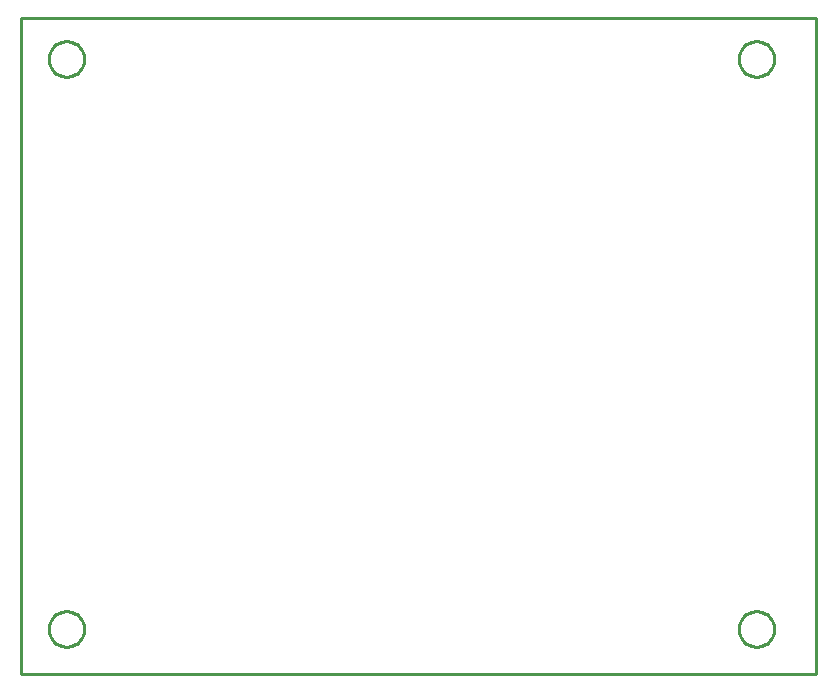
<source format=gbr>
G04 EAGLE Gerber X2 export*
G75*
%MOMM*%
%FSLAX34Y34*%
%LPD*%
%AMOC8*
5,1,8,0,0,1.08239X$1,22.5*%
G01*
%ADD10C,0.254000*%


D10*
X0Y12700D02*
X672900Y12700D01*
X672900Y568200D01*
X0Y568200D01*
X0Y12700D01*
X53100Y50264D02*
X53024Y49196D01*
X52871Y48135D01*
X52643Y47088D01*
X52341Y46060D01*
X51967Y45056D01*
X51522Y44081D01*
X51008Y43141D01*
X50429Y42240D01*
X49787Y41382D01*
X49085Y40572D01*
X48328Y39815D01*
X47518Y39113D01*
X46660Y38471D01*
X45759Y37892D01*
X44819Y37378D01*
X43844Y36933D01*
X42840Y36559D01*
X41812Y36257D01*
X40765Y36029D01*
X39704Y35876D01*
X38636Y35800D01*
X37564Y35800D01*
X36496Y35876D01*
X35435Y36029D01*
X34388Y36257D01*
X33360Y36559D01*
X32356Y36933D01*
X31381Y37378D01*
X30441Y37892D01*
X29540Y38471D01*
X28682Y39113D01*
X27872Y39815D01*
X27115Y40572D01*
X26413Y41382D01*
X25771Y42240D01*
X25192Y43141D01*
X24678Y44081D01*
X24233Y45056D01*
X23859Y46060D01*
X23557Y47088D01*
X23329Y48135D01*
X23176Y49196D01*
X23100Y50264D01*
X23100Y51336D01*
X23176Y52404D01*
X23329Y53465D01*
X23557Y54512D01*
X23859Y55540D01*
X24233Y56544D01*
X24678Y57519D01*
X25192Y58459D01*
X25771Y59360D01*
X26413Y60218D01*
X27115Y61028D01*
X27872Y61785D01*
X28682Y62487D01*
X29540Y63129D01*
X30441Y63708D01*
X31381Y64222D01*
X32356Y64667D01*
X33360Y65041D01*
X34388Y65343D01*
X35435Y65571D01*
X36496Y65724D01*
X37564Y65800D01*
X38636Y65800D01*
X39704Y65724D01*
X40765Y65571D01*
X41812Y65343D01*
X42840Y65041D01*
X43844Y64667D01*
X44819Y64222D01*
X45759Y63708D01*
X46660Y63129D01*
X47518Y62487D01*
X48328Y61785D01*
X49085Y61028D01*
X49787Y60218D01*
X50429Y59360D01*
X51008Y58459D01*
X51522Y57519D01*
X51967Y56544D01*
X52341Y55540D01*
X52643Y54512D01*
X52871Y53465D01*
X53024Y52404D01*
X53100Y51336D01*
X53100Y50264D01*
X637300Y50264D02*
X637224Y49196D01*
X637071Y48135D01*
X636843Y47088D01*
X636541Y46060D01*
X636167Y45056D01*
X635722Y44081D01*
X635208Y43141D01*
X634629Y42240D01*
X633987Y41382D01*
X633285Y40572D01*
X632528Y39815D01*
X631718Y39113D01*
X630860Y38471D01*
X629959Y37892D01*
X629019Y37378D01*
X628044Y36933D01*
X627040Y36559D01*
X626012Y36257D01*
X624965Y36029D01*
X623904Y35876D01*
X622836Y35800D01*
X621764Y35800D01*
X620696Y35876D01*
X619635Y36029D01*
X618588Y36257D01*
X617560Y36559D01*
X616556Y36933D01*
X615581Y37378D01*
X614641Y37892D01*
X613740Y38471D01*
X612882Y39113D01*
X612072Y39815D01*
X611315Y40572D01*
X610613Y41382D01*
X609971Y42240D01*
X609392Y43141D01*
X608878Y44081D01*
X608433Y45056D01*
X608059Y46060D01*
X607757Y47088D01*
X607529Y48135D01*
X607376Y49196D01*
X607300Y50264D01*
X607300Y51336D01*
X607376Y52404D01*
X607529Y53465D01*
X607757Y54512D01*
X608059Y55540D01*
X608433Y56544D01*
X608878Y57519D01*
X609392Y58459D01*
X609971Y59360D01*
X610613Y60218D01*
X611315Y61028D01*
X612072Y61785D01*
X612882Y62487D01*
X613740Y63129D01*
X614641Y63708D01*
X615581Y64222D01*
X616556Y64667D01*
X617560Y65041D01*
X618588Y65343D01*
X619635Y65571D01*
X620696Y65724D01*
X621764Y65800D01*
X622836Y65800D01*
X623904Y65724D01*
X624965Y65571D01*
X626012Y65343D01*
X627040Y65041D01*
X628044Y64667D01*
X629019Y64222D01*
X629959Y63708D01*
X630860Y63129D01*
X631718Y62487D01*
X632528Y61785D01*
X633285Y61028D01*
X633987Y60218D01*
X634629Y59360D01*
X635208Y58459D01*
X635722Y57519D01*
X636167Y56544D01*
X636541Y55540D01*
X636843Y54512D01*
X637071Y53465D01*
X637224Y52404D01*
X637300Y51336D01*
X637300Y50264D01*
X53100Y532864D02*
X53024Y531796D01*
X52871Y530735D01*
X52643Y529688D01*
X52341Y528660D01*
X51967Y527656D01*
X51522Y526681D01*
X51008Y525741D01*
X50429Y524840D01*
X49787Y523982D01*
X49085Y523172D01*
X48328Y522415D01*
X47518Y521713D01*
X46660Y521071D01*
X45759Y520492D01*
X44819Y519978D01*
X43844Y519533D01*
X42840Y519159D01*
X41812Y518857D01*
X40765Y518629D01*
X39704Y518476D01*
X38636Y518400D01*
X37564Y518400D01*
X36496Y518476D01*
X35435Y518629D01*
X34388Y518857D01*
X33360Y519159D01*
X32356Y519533D01*
X31381Y519978D01*
X30441Y520492D01*
X29540Y521071D01*
X28682Y521713D01*
X27872Y522415D01*
X27115Y523172D01*
X26413Y523982D01*
X25771Y524840D01*
X25192Y525741D01*
X24678Y526681D01*
X24233Y527656D01*
X23859Y528660D01*
X23557Y529688D01*
X23329Y530735D01*
X23176Y531796D01*
X23100Y532864D01*
X23100Y533936D01*
X23176Y535004D01*
X23329Y536065D01*
X23557Y537112D01*
X23859Y538140D01*
X24233Y539144D01*
X24678Y540119D01*
X25192Y541059D01*
X25771Y541960D01*
X26413Y542818D01*
X27115Y543628D01*
X27872Y544385D01*
X28682Y545087D01*
X29540Y545729D01*
X30441Y546308D01*
X31381Y546822D01*
X32356Y547267D01*
X33360Y547641D01*
X34388Y547943D01*
X35435Y548171D01*
X36496Y548324D01*
X37564Y548400D01*
X38636Y548400D01*
X39704Y548324D01*
X40765Y548171D01*
X41812Y547943D01*
X42840Y547641D01*
X43844Y547267D01*
X44819Y546822D01*
X45759Y546308D01*
X46660Y545729D01*
X47518Y545087D01*
X48328Y544385D01*
X49085Y543628D01*
X49787Y542818D01*
X50429Y541960D01*
X51008Y541059D01*
X51522Y540119D01*
X51967Y539144D01*
X52341Y538140D01*
X52643Y537112D01*
X52871Y536065D01*
X53024Y535004D01*
X53100Y533936D01*
X53100Y532864D01*
X637300Y532864D02*
X637224Y531796D01*
X637071Y530735D01*
X636843Y529688D01*
X636541Y528660D01*
X636167Y527656D01*
X635722Y526681D01*
X635208Y525741D01*
X634629Y524840D01*
X633987Y523982D01*
X633285Y523172D01*
X632528Y522415D01*
X631718Y521713D01*
X630860Y521071D01*
X629959Y520492D01*
X629019Y519978D01*
X628044Y519533D01*
X627040Y519159D01*
X626012Y518857D01*
X624965Y518629D01*
X623904Y518476D01*
X622836Y518400D01*
X621764Y518400D01*
X620696Y518476D01*
X619635Y518629D01*
X618588Y518857D01*
X617560Y519159D01*
X616556Y519533D01*
X615581Y519978D01*
X614641Y520492D01*
X613740Y521071D01*
X612882Y521713D01*
X612072Y522415D01*
X611315Y523172D01*
X610613Y523982D01*
X609971Y524840D01*
X609392Y525741D01*
X608878Y526681D01*
X608433Y527656D01*
X608059Y528660D01*
X607757Y529688D01*
X607529Y530735D01*
X607376Y531796D01*
X607300Y532864D01*
X607300Y533936D01*
X607376Y535004D01*
X607529Y536065D01*
X607757Y537112D01*
X608059Y538140D01*
X608433Y539144D01*
X608878Y540119D01*
X609392Y541059D01*
X609971Y541960D01*
X610613Y542818D01*
X611315Y543628D01*
X612072Y544385D01*
X612882Y545087D01*
X613740Y545729D01*
X614641Y546308D01*
X615581Y546822D01*
X616556Y547267D01*
X617560Y547641D01*
X618588Y547943D01*
X619635Y548171D01*
X620696Y548324D01*
X621764Y548400D01*
X622836Y548400D01*
X623904Y548324D01*
X624965Y548171D01*
X626012Y547943D01*
X627040Y547641D01*
X628044Y547267D01*
X629019Y546822D01*
X629959Y546308D01*
X630860Y545729D01*
X631718Y545087D01*
X632528Y544385D01*
X633285Y543628D01*
X633987Y542818D01*
X634629Y541960D01*
X635208Y541059D01*
X635722Y540119D01*
X636167Y539144D01*
X636541Y538140D01*
X636843Y537112D01*
X637071Y536065D01*
X637224Y535004D01*
X637300Y533936D01*
X637300Y532864D01*
M02*

</source>
